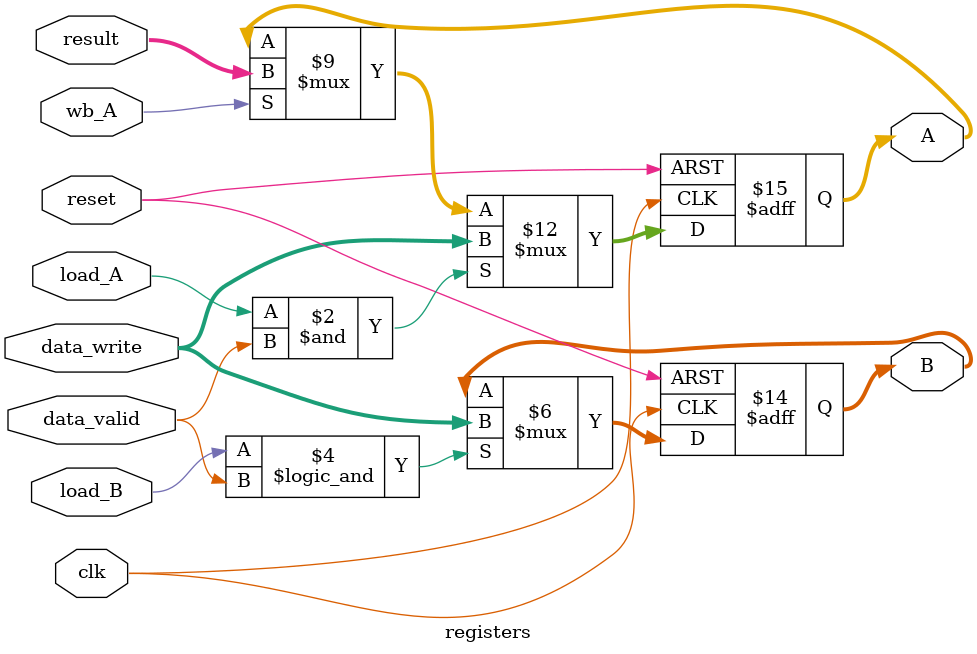
<source format=v>
module registers (
    input clk, reset,
    input load_A, load_B, wb_A, data_valid,
    input [7:0] data_write, result,
    output reg [7:0] A, B 
); 
    always @(posedge clk, posedge reset) begin
        if (reset)
            A <= 8'b0;
        else if (load_A & data_valid) 
                A <= data_write;
        else if (wb_A)
                A <= result;
        else    
            A <= A;
    end
    always @(posedge clk, posedge reset) begin
        if (reset)
            B <= 8'b0;
        else if (load_B && data_valid)
            B <= data_write;
        else 
            B <= B; 
    end
endmodule
</source>
